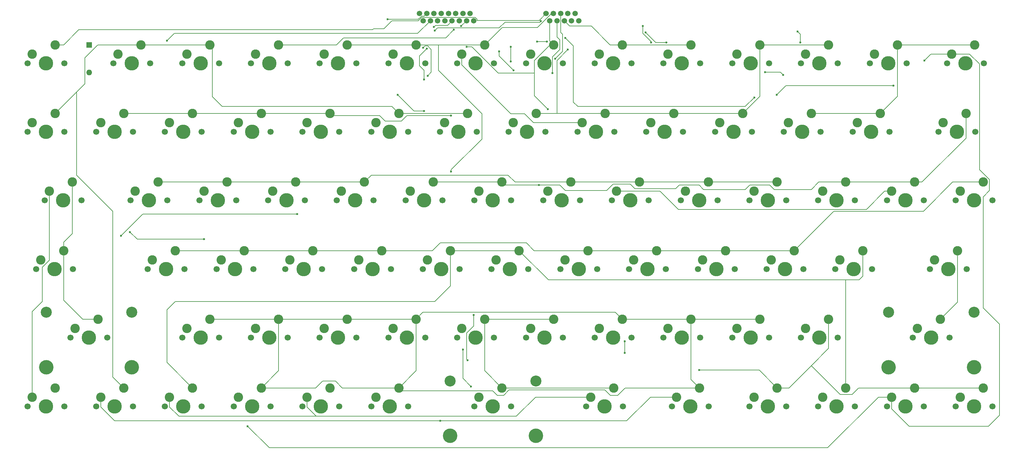
<source format=gbr>
G04 #@! TF.FileFunction,Copper,L1,Top,Signal*
%FSLAX46Y46*%
G04 Gerber Fmt 4.6, Leading zero omitted, Abs format (unit mm)*
G04 Created by KiCad (PCBNEW 4.0.6) date 09/10/17 00:35:59*
%MOMM*%
%LPD*%
G01*
G04 APERTURE LIST*
%ADD10C,0.100000*%
%ADD11C,3.980180*%
%ADD12C,2.600000*%
%ADD13C,1.699260*%
%ADD14C,1.500000*%
%ADD15C,1.524000*%
%ADD16C,3.050000*%
%ADD17C,4.000000*%
%ADD18R,1.600000X1.600000*%
%ADD19O,1.600000X1.600000*%
%ADD20C,0.600000*%
%ADD21C,0.140000*%
G04 APERTURE END LIST*
D10*
D11*
X86250000Y-88250000D03*
D12*
X88790000Y-83170000D03*
X82440000Y-85710000D03*
D13*
X81170000Y-88250000D03*
X91330000Y-88250000D03*
D14*
X189500000Y-74500000D03*
X190500000Y-76500000D03*
X191500000Y-74500000D03*
X192500000Y-76500000D03*
X193500000Y-74500000D03*
X194500000Y-76500000D03*
X195500000Y-74500000D03*
X196500000Y-76500000D03*
X197500000Y-74500000D03*
X198500000Y-76500000D03*
X199500000Y-74500000D03*
X200500000Y-76500000D03*
X201500000Y-74500000D03*
X202500000Y-76500000D03*
X203500000Y-74500000D03*
X204500000Y-76500000D03*
D15*
X224500000Y-74500000D03*
D14*
X225500000Y-76500000D03*
X226500000Y-74500000D03*
X227500000Y-76500000D03*
X228500000Y-74500000D03*
X229500000Y-76500000D03*
X230500000Y-74500000D03*
X231500000Y-76500000D03*
X232500000Y-74500000D03*
X233500000Y-76500000D03*
D11*
X86250000Y-107250000D03*
D12*
X88790000Y-102170000D03*
X82440000Y-104710000D03*
D13*
X81170000Y-107250000D03*
X91330000Y-107250000D03*
D11*
X91000000Y-126250000D03*
D12*
X93540000Y-121170000D03*
X87190000Y-123710000D03*
D13*
X85920000Y-126250000D03*
X96080000Y-126250000D03*
D11*
X88625000Y-145250000D03*
D12*
X91165000Y-140170000D03*
X84815000Y-142710000D03*
D13*
X83545000Y-145250000D03*
X93705000Y-145250000D03*
D11*
X98125000Y-164250000D03*
D12*
X100665000Y-159170000D03*
X94315000Y-161710000D03*
D13*
X93045000Y-164250000D03*
X103205000Y-164250000D03*
D11*
X86250000Y-183250000D03*
D12*
X88790000Y-178170000D03*
X82440000Y-180710000D03*
D13*
X81170000Y-183250000D03*
X91330000Y-183250000D03*
D11*
X110000000Y-88250000D03*
D12*
X112540000Y-83170000D03*
X106190000Y-85710000D03*
D13*
X104920000Y-88250000D03*
X115080000Y-88250000D03*
D11*
X105250000Y-107250000D03*
D12*
X107790000Y-102170000D03*
X101440000Y-104710000D03*
D13*
X100170000Y-107250000D03*
X110330000Y-107250000D03*
D11*
X114750000Y-126250000D03*
D12*
X117290000Y-121170000D03*
X110940000Y-123710000D03*
D13*
X109670000Y-126250000D03*
X119830000Y-126250000D03*
D11*
X119500000Y-145250000D03*
D12*
X122040000Y-140170000D03*
X115690000Y-142710000D03*
D13*
X114420000Y-145250000D03*
X124580000Y-145250000D03*
D11*
X129000000Y-164250000D03*
D12*
X131540000Y-159170000D03*
X125190000Y-161710000D03*
D13*
X123920000Y-164250000D03*
X134080000Y-164250000D03*
D11*
X105250000Y-183250000D03*
D12*
X107790000Y-178170000D03*
X101440000Y-180710000D03*
D13*
X100170000Y-183250000D03*
X110330000Y-183250000D03*
D11*
X129000000Y-88250000D03*
D12*
X131540000Y-83170000D03*
X125190000Y-85710000D03*
D13*
X123920000Y-88250000D03*
X134080000Y-88250000D03*
D11*
X124250000Y-107250000D03*
D12*
X126790000Y-102170000D03*
X120440000Y-104710000D03*
D13*
X119170000Y-107250000D03*
X129330000Y-107250000D03*
D11*
X133750000Y-126250000D03*
D12*
X136290000Y-121170000D03*
X129940000Y-123710000D03*
D13*
X128670000Y-126250000D03*
X138830000Y-126250000D03*
D11*
X138500000Y-145250000D03*
D12*
X141040000Y-140170000D03*
X134690000Y-142710000D03*
D13*
X133420000Y-145250000D03*
X143580000Y-145250000D03*
D11*
X148000000Y-164250000D03*
D12*
X150540000Y-159170000D03*
X144190000Y-161710000D03*
D13*
X142920000Y-164250000D03*
X153080000Y-164250000D03*
D11*
X124250000Y-183250000D03*
D12*
X126790000Y-178170000D03*
X120440000Y-180710000D03*
D13*
X119170000Y-183250000D03*
X129330000Y-183250000D03*
D11*
X148000000Y-88250000D03*
D12*
X150540000Y-83170000D03*
X144190000Y-85710000D03*
D13*
X142920000Y-88250000D03*
X153080000Y-88250000D03*
D11*
X143250000Y-107250000D03*
D12*
X145790000Y-102170000D03*
X139440000Y-104710000D03*
D13*
X138170000Y-107250000D03*
X148330000Y-107250000D03*
D11*
X152750000Y-126250000D03*
D12*
X155290000Y-121170000D03*
X148940000Y-123710000D03*
D13*
X147670000Y-126250000D03*
X157830000Y-126250000D03*
D11*
X157500000Y-145250000D03*
D12*
X160040000Y-140170000D03*
X153690000Y-142710000D03*
D13*
X152420000Y-145250000D03*
X162580000Y-145250000D03*
D11*
X167000000Y-164250000D03*
D12*
X169540000Y-159170000D03*
X163190000Y-161710000D03*
D13*
X161920000Y-164250000D03*
X172080000Y-164250000D03*
D11*
X143250000Y-183250000D03*
D12*
X145790000Y-178170000D03*
X139440000Y-180710000D03*
D13*
X138170000Y-183250000D03*
X148330000Y-183250000D03*
D11*
X167000000Y-88250000D03*
D12*
X169540000Y-83170000D03*
X163190000Y-85710000D03*
D13*
X161920000Y-88250000D03*
X172080000Y-88250000D03*
D11*
X162250000Y-107250000D03*
D12*
X164790000Y-102170000D03*
X158440000Y-104710000D03*
D13*
X157170000Y-107250000D03*
X167330000Y-107250000D03*
D11*
X171750000Y-126250000D03*
D12*
X174290000Y-121170000D03*
X167940000Y-123710000D03*
D13*
X166670000Y-126250000D03*
X176830000Y-126250000D03*
D11*
X176500000Y-145250000D03*
D12*
X179040000Y-140170000D03*
X172690000Y-142710000D03*
D13*
X171420000Y-145250000D03*
X181580000Y-145250000D03*
D11*
X186000000Y-164250000D03*
D12*
X188540000Y-159170000D03*
X182190000Y-161710000D03*
D13*
X180920000Y-164250000D03*
X191080000Y-164250000D03*
D11*
X162250000Y-183250000D03*
D12*
X164790000Y-178170000D03*
X158440000Y-180710000D03*
D13*
X157170000Y-183250000D03*
X167330000Y-183250000D03*
D11*
X186000000Y-88250000D03*
D12*
X188540000Y-83170000D03*
X182190000Y-85710000D03*
D13*
X180920000Y-88250000D03*
X191080000Y-88250000D03*
D11*
X181250000Y-107250000D03*
D12*
X183790000Y-102170000D03*
X177440000Y-104710000D03*
D13*
X176170000Y-107250000D03*
X186330000Y-107250000D03*
D11*
X190750000Y-126250000D03*
D12*
X193290000Y-121170000D03*
X186940000Y-123710000D03*
D13*
X185670000Y-126250000D03*
X195830000Y-126250000D03*
D11*
X195500000Y-145250000D03*
D12*
X198040000Y-140170000D03*
X191690000Y-142710000D03*
D13*
X190420000Y-145250000D03*
X200580000Y-145250000D03*
D11*
X205000000Y-164250000D03*
D12*
X207540000Y-159170000D03*
X201190000Y-161710000D03*
D13*
X199920000Y-164250000D03*
X210080000Y-164250000D03*
D11*
X181250000Y-183250000D03*
D12*
X183790000Y-178170000D03*
X177440000Y-180710000D03*
D13*
X176170000Y-183250000D03*
X186330000Y-183250000D03*
D11*
X205000000Y-88250000D03*
D12*
X207540000Y-83170000D03*
X201190000Y-85710000D03*
D13*
X199920000Y-88250000D03*
X210080000Y-88250000D03*
D11*
X200250000Y-107250000D03*
D12*
X202790000Y-102170000D03*
X196440000Y-104710000D03*
D13*
X195170000Y-107250000D03*
X205330000Y-107250000D03*
D11*
X209750000Y-126250000D03*
D12*
X212290000Y-121170000D03*
X205940000Y-123710000D03*
D13*
X204670000Y-126250000D03*
X214830000Y-126250000D03*
D11*
X214500000Y-145250000D03*
D12*
X217040000Y-140170000D03*
X210690000Y-142710000D03*
D13*
X209420000Y-145250000D03*
X219580000Y-145250000D03*
D11*
X224000000Y-164250000D03*
D12*
X226540000Y-159170000D03*
X220190000Y-161710000D03*
D13*
X218920000Y-164250000D03*
X229080000Y-164250000D03*
D11*
X209750000Y-183250000D03*
D12*
X212290000Y-178170000D03*
X205940000Y-180710000D03*
D13*
X204670000Y-183250000D03*
X214830000Y-183250000D03*
D11*
X224000000Y-88250000D03*
D12*
X226540000Y-83170000D03*
X220190000Y-85710000D03*
D13*
X218920000Y-88250000D03*
X229080000Y-88250000D03*
D11*
X219250000Y-107250000D03*
D12*
X221790000Y-102170000D03*
X215440000Y-104710000D03*
D13*
X214170000Y-107250000D03*
X224330000Y-107250000D03*
D11*
X228750000Y-126250000D03*
D12*
X231290000Y-121170000D03*
X224940000Y-123710000D03*
D13*
X223670000Y-126250000D03*
X233830000Y-126250000D03*
D11*
X233500000Y-145250000D03*
D12*
X236040000Y-140170000D03*
X229690000Y-142710000D03*
D13*
X228420000Y-145250000D03*
X238580000Y-145250000D03*
D11*
X243000000Y-164250000D03*
D12*
X245540000Y-159170000D03*
X239190000Y-161710000D03*
D13*
X237920000Y-164250000D03*
X248080000Y-164250000D03*
D11*
X240625000Y-183250000D03*
D12*
X243165000Y-178170000D03*
X236815000Y-180710000D03*
D13*
X235545000Y-183250000D03*
X245705000Y-183250000D03*
D11*
X243000000Y-88250000D03*
D12*
X245540000Y-83170000D03*
X239190000Y-85710000D03*
D13*
X237920000Y-88250000D03*
X248080000Y-88250000D03*
D11*
X238250000Y-107250000D03*
D12*
X240790000Y-102170000D03*
X234440000Y-104710000D03*
D13*
X233170000Y-107250000D03*
X243330000Y-107250000D03*
D11*
X247750000Y-126250000D03*
D12*
X250290000Y-121170000D03*
X243940000Y-123710000D03*
D13*
X242670000Y-126250000D03*
X252830000Y-126250000D03*
D11*
X252500000Y-145250000D03*
D12*
X255040000Y-140170000D03*
X248690000Y-142710000D03*
D13*
X247420000Y-145250000D03*
X257580000Y-145250000D03*
D11*
X262000000Y-164250000D03*
D12*
X264540000Y-159170000D03*
X258190000Y-161710000D03*
D13*
X256920000Y-164250000D03*
X267080000Y-164250000D03*
D11*
X264375000Y-183250000D03*
D12*
X266915000Y-178170000D03*
X260565000Y-180710000D03*
D13*
X259295000Y-183250000D03*
X269455000Y-183250000D03*
D11*
X262000000Y-88250000D03*
D12*
X264540000Y-83170000D03*
X258190000Y-85710000D03*
D13*
X256920000Y-88250000D03*
X267080000Y-88250000D03*
D11*
X257250000Y-107250000D03*
D12*
X259790000Y-102170000D03*
X253440000Y-104710000D03*
D13*
X252170000Y-107250000D03*
X262330000Y-107250000D03*
D11*
X266750000Y-126250000D03*
D12*
X269290000Y-121170000D03*
X262940000Y-123710000D03*
D13*
X261670000Y-126250000D03*
X271830000Y-126250000D03*
D11*
X271500000Y-145250000D03*
D12*
X274040000Y-140170000D03*
X267690000Y-142710000D03*
D13*
X266420000Y-145250000D03*
X276580000Y-145250000D03*
D11*
X281000000Y-164250000D03*
D12*
X283540000Y-159170000D03*
X277190000Y-161710000D03*
D13*
X275920000Y-164250000D03*
X286080000Y-164250000D03*
D11*
X285750000Y-183250000D03*
D12*
X288290000Y-178170000D03*
X281940000Y-180710000D03*
D13*
X280670000Y-183250000D03*
X290830000Y-183250000D03*
D11*
X281000000Y-88250000D03*
D12*
X283540000Y-83170000D03*
X277190000Y-85710000D03*
D13*
X275920000Y-88250000D03*
X286080000Y-88250000D03*
D11*
X276250000Y-107250000D03*
D12*
X278790000Y-102170000D03*
X272440000Y-104710000D03*
D13*
X271170000Y-107250000D03*
X281330000Y-107250000D03*
D11*
X285750000Y-126250000D03*
D12*
X288290000Y-121170000D03*
X281940000Y-123710000D03*
D13*
X280670000Y-126250000D03*
X290830000Y-126250000D03*
D11*
X290500000Y-145250000D03*
D12*
X293040000Y-140170000D03*
X286690000Y-142710000D03*
D13*
X285420000Y-145250000D03*
X295580000Y-145250000D03*
D11*
X300000000Y-164250000D03*
D12*
X302540000Y-159170000D03*
X296190000Y-161710000D03*
D13*
X294920000Y-164250000D03*
X305080000Y-164250000D03*
D11*
X323750000Y-183250000D03*
D12*
X326290000Y-178170000D03*
X319940000Y-180710000D03*
D13*
X318670000Y-183250000D03*
X328830000Y-183250000D03*
D11*
X300000000Y-88250000D03*
D12*
X302540000Y-83170000D03*
X296190000Y-85710000D03*
D13*
X294920000Y-88250000D03*
X305080000Y-88250000D03*
D11*
X295250000Y-107250000D03*
D12*
X297790000Y-102170000D03*
X291440000Y-104710000D03*
D13*
X290170000Y-107250000D03*
X300330000Y-107250000D03*
D11*
X304750000Y-126250000D03*
D12*
X307290000Y-121170000D03*
X300940000Y-123710000D03*
D13*
X299670000Y-126250000D03*
X309830000Y-126250000D03*
D11*
X309500000Y-145250000D03*
D12*
X312040000Y-140170000D03*
X305690000Y-142710000D03*
D13*
X304420000Y-145250000D03*
X314580000Y-145250000D03*
D11*
X330875000Y-164250000D03*
D12*
X333415000Y-159170000D03*
X327065000Y-161710000D03*
D13*
X325795000Y-164250000D03*
X335955000Y-164250000D03*
D11*
X304750000Y-183250000D03*
D12*
X307290000Y-178170000D03*
X300940000Y-180710000D03*
D13*
X299670000Y-183250000D03*
X309830000Y-183250000D03*
D11*
X319000000Y-88250000D03*
D12*
X321540000Y-83170000D03*
X315190000Y-85710000D03*
D13*
X313920000Y-88250000D03*
X324080000Y-88250000D03*
D11*
X314250000Y-107250000D03*
D12*
X316790000Y-102170000D03*
X310440000Y-104710000D03*
D13*
X309170000Y-107250000D03*
X319330000Y-107250000D03*
D11*
X323750000Y-126250000D03*
D12*
X326290000Y-121170000D03*
X319940000Y-123710000D03*
D13*
X318670000Y-126250000D03*
X328830000Y-126250000D03*
D11*
X335625000Y-145250000D03*
D12*
X338165000Y-140170000D03*
X331815000Y-142710000D03*
D13*
X330545000Y-145250000D03*
X340705000Y-145250000D03*
D11*
X342750000Y-183250000D03*
D12*
X345290000Y-178170000D03*
X338940000Y-180710000D03*
D13*
X337670000Y-183250000D03*
X347830000Y-183250000D03*
D11*
X340375000Y-88250000D03*
D12*
X342915000Y-83170000D03*
X336565000Y-85710000D03*
D13*
X335295000Y-88250000D03*
X345455000Y-88250000D03*
D11*
X338000000Y-107250000D03*
D12*
X340540000Y-102170000D03*
X334190000Y-104710000D03*
D13*
X332920000Y-107250000D03*
X343080000Y-107250000D03*
D11*
X342750000Y-126250000D03*
D12*
X345290000Y-121170000D03*
X338940000Y-123710000D03*
D13*
X337670000Y-126250000D03*
X347830000Y-126250000D03*
D16*
X86325000Y-157250000D03*
X110025000Y-157250000D03*
D17*
X110025000Y-172450000D03*
X86325000Y-172450000D03*
D16*
X319075000Y-157250000D03*
X342775000Y-157250000D03*
D17*
X342775000Y-172450000D03*
X319075000Y-172450000D03*
D16*
X197950000Y-176250000D03*
X221650000Y-176250000D03*
D17*
X221650000Y-191450000D03*
X197950000Y-191450000D03*
D18*
X98250000Y-83250000D03*
D19*
X98250000Y-90870000D03*
D20*
X223045973Y-76621550D03*
X285000000Y-90750000D03*
X290000000Y-91500000D03*
X203750000Y-177750000D03*
X201500000Y-167500000D03*
X190750000Y-101500000D03*
X183500000Y-97000000D03*
X257750000Y-82500000D03*
X252000000Y-79750000D03*
X193750000Y-79250000D03*
X180719342Y-76132057D03*
X119750000Y-82000000D03*
X130000000Y-137000000D03*
X109500000Y-135000000D03*
X191500000Y-84250000D03*
X190750000Y-92750000D03*
X107000000Y-136000000D03*
X155750000Y-130000000D03*
X195250000Y-187250000D03*
X193500000Y-78250000D03*
X190500000Y-84000000D03*
X191750000Y-91750000D03*
X204500000Y-158000000D03*
X202750000Y-170500000D03*
X294750000Y-82500000D03*
X294000000Y-79500000D03*
X246250000Y-168500000D03*
X246250000Y-165250000D03*
X215500000Y-90250000D03*
X211500000Y-85000000D03*
X201000000Y-78000000D03*
X253500000Y-82500000D03*
X251250000Y-78000000D03*
X142000000Y-188750000D03*
X329000000Y-87500000D03*
X320500000Y-94500000D03*
X288250000Y-97000000D03*
X282000000Y-97750000D03*
X229750000Y-81250000D03*
X224750000Y-82250000D03*
X222000000Y-82250000D03*
X202500000Y-83750000D03*
X199000000Y-79000000D03*
X222500000Y-122000000D03*
X225000000Y-101000000D03*
X198250000Y-118250000D03*
X226250000Y-91000000D03*
X227000000Y-87000000D03*
X214750000Y-87750000D03*
X214750000Y-83750000D03*
X198250000Y-102750000D03*
X230500000Y-84500000D03*
X266750000Y-173250000D03*
D21*
X213078451Y-76921549D02*
X222745974Y-76921549D01*
X193750000Y-79250000D02*
X194500000Y-78500000D01*
X194500000Y-78500000D02*
X211500000Y-78500000D01*
X211500000Y-78500000D02*
X213078451Y-76921549D01*
X222745974Y-76921549D02*
X223045973Y-76621550D01*
X289250000Y-90750000D02*
X285000000Y-90750000D01*
X290000000Y-91500000D02*
X289250000Y-90750000D01*
X201500000Y-175500000D02*
X203750000Y-177750000D01*
X201500000Y-167500000D02*
X201500000Y-175500000D01*
X188000000Y-101500000D02*
X190750000Y-101500000D01*
X183500000Y-97000000D02*
X188000000Y-101500000D01*
X254750000Y-82500000D02*
X257750000Y-82500000D01*
X252000000Y-79750000D02*
X254750000Y-82500000D01*
X191500000Y-74500000D02*
X190750001Y-75249999D01*
X190750001Y-75249999D02*
X190043185Y-75249999D01*
X190043185Y-75249999D02*
X189161127Y-76132057D01*
X189161127Y-76132057D02*
X181143606Y-76132057D01*
X181143606Y-76132057D02*
X180719342Y-76132057D01*
X192500000Y-76500000D02*
X189000000Y-80000000D01*
X121750000Y-80000000D02*
X119750000Y-82000000D01*
X189000000Y-80000000D02*
X121750000Y-80000000D01*
X111500000Y-137000000D02*
X130000000Y-137000000D01*
X109500000Y-135000000D02*
X111500000Y-137000000D01*
X87190000Y-123710000D02*
X87190000Y-142810000D01*
X82440000Y-157060000D02*
X82440000Y-180710000D01*
X85250000Y-154250000D02*
X82440000Y-157060000D01*
X85250000Y-144750000D02*
X85250000Y-154250000D01*
X87190000Y-142810000D02*
X85250000Y-144750000D01*
X189500000Y-86250000D02*
X191500000Y-84250000D01*
X189500000Y-89000000D02*
X189500000Y-86250000D01*
X190750000Y-90250000D02*
X189500000Y-89000000D01*
X190750000Y-92750000D02*
X190750000Y-90250000D01*
X113000000Y-130000000D02*
X107000000Y-136000000D01*
X155750000Y-130000000D02*
X113000000Y-130000000D01*
X243940000Y-123710000D02*
X255960000Y-123710000D01*
X318040000Y-123710000D02*
X319940000Y-123710000D01*
X313000000Y-128750000D02*
X318040000Y-123710000D01*
X261000000Y-128750000D02*
X313000000Y-128750000D01*
X255960000Y-123710000D02*
X261000000Y-128750000D01*
X201190000Y-85710000D02*
X201190000Y-88690000D01*
X220960000Y-104710000D02*
X234440000Y-104710000D01*
X218500000Y-102250000D02*
X220960000Y-104710000D01*
X214750000Y-102250000D02*
X218500000Y-102250000D01*
X201190000Y-88690000D02*
X214750000Y-102250000D01*
X198500000Y-76500000D02*
X197250000Y-77750000D01*
X194000000Y-77750000D02*
X197250000Y-77750000D01*
X193500000Y-78250000D02*
X194000000Y-77750000D01*
X191000000Y-83500000D02*
X190500000Y-84000000D01*
X191750000Y-83500000D02*
X191000000Y-83500000D01*
X192750000Y-84500000D02*
X191750000Y-83500000D01*
X192750000Y-90750000D02*
X192750000Y-84500000D01*
X191750000Y-91750000D02*
X192750000Y-90750000D01*
X204500000Y-161000000D02*
X204500000Y-158000000D01*
X202500000Y-163000000D02*
X204500000Y-161000000D01*
X202500000Y-170250000D02*
X202500000Y-163000000D01*
X202750000Y-170500000D02*
X202500000Y-170250000D01*
X260565000Y-180710000D02*
X253290000Y-180710000D01*
X101440000Y-183440000D02*
X101440000Y-180710000D01*
X105250000Y-187250000D02*
X101440000Y-183440000D01*
X246750000Y-187250000D02*
X195250000Y-187250000D01*
X195250000Y-187250000D02*
X105250000Y-187250000D01*
X253290000Y-180710000D02*
X246750000Y-187250000D01*
X294750000Y-80250000D02*
X294750000Y-82500000D01*
X294000000Y-79500000D02*
X294750000Y-80250000D01*
X161000000Y-186000000D02*
X123000000Y-186000000D01*
X120440000Y-183440000D02*
X120440000Y-180710000D01*
X123000000Y-186000000D02*
X120440000Y-183440000D01*
X236815000Y-180710000D02*
X221540000Y-180710000D01*
X221540000Y-180710000D02*
X216250000Y-186000000D01*
X216250000Y-186000000D02*
X161000000Y-186000000D01*
X158440000Y-183440000D02*
X158440000Y-180710000D01*
X161000000Y-186000000D02*
X158440000Y-183440000D01*
X202500000Y-76500000D02*
X201000000Y-78000000D01*
X246250000Y-165250000D02*
X246250000Y-168500000D01*
X211500000Y-86250000D02*
X215500000Y-90250000D01*
X211500000Y-85000000D02*
X211500000Y-86250000D01*
X253500000Y-82250000D02*
X253500000Y-82500000D01*
X251250000Y-80000000D02*
X253500000Y-82250000D01*
X251250000Y-78000000D02*
X251250000Y-80000000D01*
X319940000Y-180710000D02*
X316290000Y-180710000D01*
X148000000Y-194750000D02*
X142000000Y-188750000D01*
X302250000Y-194750000D02*
X148000000Y-194750000D01*
X316290000Y-180710000D02*
X302250000Y-194750000D01*
X330790000Y-85710000D02*
X336565000Y-85710000D01*
X329000000Y-87500000D02*
X330790000Y-85710000D01*
X290750000Y-94500000D02*
X320500000Y-94500000D01*
X288250000Y-97000000D02*
X290750000Y-94500000D01*
X279500000Y-100250000D02*
X282000000Y-97750000D01*
X233250000Y-100250000D02*
X279500000Y-100250000D01*
X232000000Y-99000000D02*
X233250000Y-100250000D01*
X232000000Y-83500000D02*
X232000000Y-99000000D01*
X229750000Y-81250000D02*
X232000000Y-83500000D01*
X222000000Y-82250000D02*
X224750000Y-82250000D01*
X336565000Y-85710000D02*
X341460000Y-85710000D01*
X319940000Y-183940000D02*
X319940000Y-180710000D01*
X324750000Y-188750000D02*
X319940000Y-183940000D01*
X346750000Y-188750000D02*
X324750000Y-188750000D01*
X349750000Y-185750000D02*
X346750000Y-188750000D01*
X349750000Y-160500000D02*
X349750000Y-185750000D01*
X345250000Y-156000000D02*
X349750000Y-160500000D01*
X345250000Y-125250000D02*
X345250000Y-156000000D01*
X347000000Y-123500000D02*
X345250000Y-125250000D01*
X347000000Y-120500000D02*
X347000000Y-123500000D01*
X344250000Y-117750000D02*
X347000000Y-120500000D01*
X344250000Y-88500000D02*
X344250000Y-117750000D01*
X341460000Y-85710000D02*
X344250000Y-88500000D01*
X91167500Y-83167500D02*
X88792500Y-83167500D01*
X88792500Y-83167500D02*
X88790000Y-83170000D01*
X91165000Y-83170000D02*
X91167500Y-83167500D01*
X91167500Y-83167500D02*
X95335000Y-79000000D01*
X181864963Y-76488195D02*
X189147243Y-76488195D01*
X95335000Y-79000000D02*
X176500000Y-79000000D01*
X176500000Y-79000000D02*
X176812652Y-78687348D01*
X176812652Y-78687348D02*
X179665810Y-78687348D01*
X204942561Y-75577999D02*
X205422001Y-76057439D01*
X179665810Y-78687348D02*
X181864963Y-76488195D01*
X189147243Y-76488195D02*
X190057439Y-75577999D01*
X190057439Y-75577999D02*
X204942561Y-75577999D01*
X205422001Y-76057439D02*
X205422001Y-76436214D01*
X205422001Y-76436214D02*
X222563786Y-76436214D01*
X222563786Y-76436214D02*
X224500000Y-74500000D01*
X199000000Y-79000000D02*
X196750000Y-81250000D01*
X211250000Y-91000000D02*
X204000000Y-83750000D01*
X204000000Y-83750000D02*
X202500000Y-83750000D01*
X221250000Y-91000000D02*
X211250000Y-91000000D01*
X196750000Y-81250000D02*
X168500000Y-81250000D01*
X168500000Y-81250000D02*
X166580000Y-83170000D01*
X166580000Y-83170000D02*
X150540000Y-83170000D01*
X226540000Y-83170000D02*
X225580000Y-83170000D01*
X225580000Y-83170000D02*
X221250000Y-87500000D01*
X221250000Y-97250000D02*
X225000000Y-101000000D01*
X221250000Y-87500000D02*
X221250000Y-91000000D01*
X221250000Y-91000000D02*
X221250000Y-97250000D01*
X212290000Y-121170000D02*
X213120000Y-122000000D01*
X213120000Y-122000000D02*
X222500000Y-122000000D01*
X222500000Y-122000000D02*
X228250000Y-122000000D01*
X299830000Y-121170000D02*
X307290000Y-121170000D01*
X297750000Y-123250000D02*
X299830000Y-121170000D01*
X287500000Y-123250000D02*
X297750000Y-123250000D01*
X286250000Y-122000000D02*
X287500000Y-123250000D01*
X280750000Y-122000000D02*
X286250000Y-122000000D01*
X279500000Y-123250000D02*
X280750000Y-122000000D01*
X268000000Y-123250000D02*
X279500000Y-123250000D01*
X266750000Y-122000000D02*
X268000000Y-123250000D01*
X261250000Y-122000000D02*
X266750000Y-122000000D01*
X260250000Y-123000000D02*
X261250000Y-122000000D01*
X249000000Y-123000000D02*
X260250000Y-123000000D01*
X247750000Y-121750000D02*
X249000000Y-123000000D01*
X243000000Y-121750000D02*
X247750000Y-121750000D01*
X241250000Y-123500000D02*
X243000000Y-121750000D01*
X229750000Y-123500000D02*
X241250000Y-123500000D01*
X228250000Y-122000000D02*
X229750000Y-123500000D01*
X93540000Y-121170000D02*
X93540000Y-135460000D01*
X91165000Y-137835000D02*
X91165000Y-140170000D01*
X93540000Y-135460000D02*
X91165000Y-137835000D01*
X100665000Y-159170000D02*
X96420000Y-159170000D01*
X91165000Y-153915000D02*
X91165000Y-140170000D01*
X96420000Y-159170000D02*
X91165000Y-153915000D01*
X225500000Y-76500000D02*
X225500000Y-82130000D01*
X225500000Y-82130000D02*
X226540000Y-83170000D01*
X340500000Y-102210000D02*
X340500000Y-109000000D01*
X328330000Y-121170000D02*
X340500000Y-109000000D01*
X328330000Y-121170000D02*
X326290000Y-121170000D01*
X340500000Y-102210000D02*
X340540000Y-102170000D01*
X307290000Y-121170000D02*
X326290000Y-121170000D01*
X193290000Y-121170000D02*
X212290000Y-121170000D01*
X226500000Y-74500000D02*
X226000000Y-74500000D01*
X226000000Y-74500000D02*
X222122854Y-78377146D01*
X222122854Y-78377146D02*
X212332854Y-78377146D01*
X212332854Y-78377146D02*
X207540000Y-83170000D01*
X307290000Y-178170000D02*
X307290000Y-148250000D01*
X307290000Y-148250000D02*
X307250000Y-148250000D01*
X217040000Y-140170000D02*
X225120000Y-148250000D01*
X312040000Y-147210000D02*
X312040000Y-140170000D01*
X311000000Y-148250000D02*
X312040000Y-147210000D01*
X304250000Y-148250000D02*
X307250000Y-148250000D01*
X307250000Y-148250000D02*
X311000000Y-148250000D01*
X225120000Y-148250000D02*
X304250000Y-148250000D01*
X198040000Y-140170000D02*
X198040000Y-149960000D01*
X119750000Y-171130000D02*
X126790000Y-178170000D01*
X119750000Y-156500000D02*
X119750000Y-171130000D01*
X122000000Y-154250000D02*
X119750000Y-156500000D01*
X193750000Y-154250000D02*
X122000000Y-154250000D01*
X198040000Y-149960000D02*
X193750000Y-154250000D01*
X194750000Y-83170000D02*
X194750000Y-90250000D01*
X198250000Y-117750000D02*
X198250000Y-118250000D01*
X206750000Y-109250000D02*
X198250000Y-117750000D01*
X206750000Y-102250000D02*
X206750000Y-109250000D01*
X194750000Y-90250000D02*
X206750000Y-102250000D01*
X198040000Y-140170000D02*
X217040000Y-140170000D01*
X207540000Y-83170000D02*
X194750000Y-83170000D01*
X194750000Y-83170000D02*
X188540000Y-83170000D01*
X188540000Y-83170000D02*
X169540000Y-83170000D01*
X236040000Y-140170000D02*
X221170000Y-140170000D01*
X193080000Y-140170000D02*
X179040000Y-140170000D01*
X195250000Y-138000000D02*
X193080000Y-140170000D01*
X219000000Y-138000000D02*
X195250000Y-138000000D01*
X221170000Y-140170000D02*
X219000000Y-138000000D01*
X293040000Y-140170000D02*
X303960000Y-129250000D01*
X336830000Y-121170000D02*
X345290000Y-121170000D01*
X328750000Y-129250000D02*
X336830000Y-121170000D01*
X303960000Y-129250000D02*
X328750000Y-129250000D01*
X227500000Y-76500000D02*
X227500000Y-81000000D01*
X226250000Y-86500000D02*
X226250000Y-91000000D01*
X228250000Y-84500000D02*
X226250000Y-86500000D01*
X228250000Y-81750000D02*
X228250000Y-84500000D01*
X227500000Y-81000000D02*
X228250000Y-81750000D01*
X179040000Y-140170000D02*
X160040000Y-140170000D01*
X160040000Y-140170000D02*
X141040000Y-140170000D01*
X141040000Y-140170000D02*
X122040000Y-140170000D01*
X236040000Y-140170000D02*
X255040000Y-140170000D01*
X255040000Y-140170000D02*
X274040000Y-140170000D01*
X274040000Y-140170000D02*
X293040000Y-140170000D01*
X228500000Y-74500000D02*
X228500000Y-79750000D01*
X229000000Y-85000000D02*
X227000000Y-87000000D01*
X229000000Y-80250000D02*
X229000000Y-85000000D01*
X228500000Y-79750000D02*
X229000000Y-80250000D01*
X231290000Y-121170000D02*
X215920000Y-121170000D01*
X176210000Y-119250000D02*
X174290000Y-121170000D01*
X214000000Y-119250000D02*
X176210000Y-119250000D01*
X215920000Y-121170000D02*
X214000000Y-119250000D01*
X174290000Y-121170000D02*
X155290000Y-121170000D01*
X155290000Y-121170000D02*
X136290000Y-121170000D01*
X136290000Y-121170000D02*
X117290000Y-121170000D01*
X231290000Y-121170000D02*
X250290000Y-121170000D01*
X250290000Y-121170000D02*
X269290000Y-121170000D01*
X269290000Y-121170000D02*
X288290000Y-121170000D01*
X95230000Y-95730000D02*
X94750000Y-96210000D01*
X104750000Y-175130000D02*
X107790000Y-178170000D01*
X104750000Y-129250000D02*
X104750000Y-175130000D01*
X94750000Y-119250000D02*
X104750000Y-129250000D01*
X94750000Y-96210000D02*
X94750000Y-119250000D01*
X183790000Y-102170000D02*
X181870000Y-100250000D01*
X132250000Y-97500000D02*
X132250000Y-83880000D01*
X135000000Y-100250000D02*
X132250000Y-97500000D01*
X181870000Y-100250000D02*
X135000000Y-100250000D01*
X132250000Y-83880000D02*
X131540000Y-83170000D01*
X214750000Y-83750000D02*
X214750000Y-87750000D01*
X112540000Y-83170000D02*
X100580000Y-83170000D01*
X97000000Y-93960000D02*
X95230000Y-95730000D01*
X95230000Y-95730000D02*
X88790000Y-102170000D01*
X97000000Y-86750000D02*
X97000000Y-93960000D01*
X100580000Y-83170000D02*
X97000000Y-86750000D01*
X131540000Y-83170000D02*
X112540000Y-83170000D01*
X202790000Y-102170000D02*
X183790000Y-102170000D01*
X321540000Y-83170000D02*
X342915000Y-83170000D01*
X321540000Y-83170000D02*
X321540000Y-97420000D01*
X321540000Y-97420000D02*
X316790000Y-102170000D01*
X297790000Y-102170000D02*
X316790000Y-102170000D01*
X245540000Y-83170000D02*
X264540000Y-83170000D01*
X229500000Y-76500000D02*
X231000000Y-78000000D01*
X242170000Y-83170000D02*
X245540000Y-83170000D01*
X237000000Y-78000000D02*
X242170000Y-83170000D01*
X231000000Y-78000000D02*
X237000000Y-78000000D01*
X178500000Y-102750000D02*
X165370000Y-102750000D01*
X180000000Y-104250000D02*
X178500000Y-102750000D01*
X184500000Y-104250000D02*
X180000000Y-104250000D01*
X186000000Y-102750000D02*
X184500000Y-104250000D01*
X198250000Y-102750000D02*
X186000000Y-102750000D01*
X165370000Y-102750000D02*
X164790000Y-102170000D01*
X227500000Y-102170000D02*
X227500000Y-100250000D01*
X227500000Y-87500000D02*
X227500000Y-100250000D01*
X230500000Y-84500000D02*
X227500000Y-87500000D01*
X164790000Y-102170000D02*
X145790000Y-102170000D01*
X145790000Y-102170000D02*
X126790000Y-102170000D01*
X126790000Y-102170000D02*
X107790000Y-102170000D01*
X221790000Y-102170000D02*
X227500000Y-102170000D01*
X227500000Y-102170000D02*
X240790000Y-102170000D01*
X240790000Y-102170000D02*
X259790000Y-102170000D01*
X259790000Y-102170000D02*
X278790000Y-102170000D01*
X278790000Y-102170000D02*
X283540000Y-97420000D01*
X283540000Y-97420000D02*
X283540000Y-83170000D01*
X283540000Y-83170000D02*
X302540000Y-83170000D01*
X266915000Y-178170000D02*
X246330000Y-178170000D01*
X209750000Y-179000000D02*
X184620000Y-179000000D01*
X211000000Y-180250000D02*
X209750000Y-179000000D01*
X212750000Y-180250000D02*
X211000000Y-180250000D01*
X214250000Y-178750000D02*
X212750000Y-180250000D01*
X240750000Y-178750000D02*
X214250000Y-178750000D01*
X242250000Y-180250000D02*
X240750000Y-178750000D01*
X244250000Y-180250000D02*
X242250000Y-180250000D01*
X246330000Y-178170000D02*
X244250000Y-180250000D01*
X184620000Y-179000000D02*
X183790000Y-178170000D01*
X183790000Y-178170000D02*
X168170000Y-178170000D01*
X160830000Y-178170000D02*
X145790000Y-178170000D01*
X162750000Y-176250000D02*
X160830000Y-178170000D01*
X166250000Y-176250000D02*
X162750000Y-176250000D01*
X168170000Y-178170000D02*
X166250000Y-176250000D01*
X188540000Y-159170000D02*
X190460000Y-157250000D01*
X243620000Y-157250000D02*
X245540000Y-159170000D01*
X190460000Y-157250000D02*
X243620000Y-157250000D01*
X150540000Y-159170000D02*
X150540000Y-173420000D01*
X150540000Y-173420000D02*
X145790000Y-178170000D01*
X188540000Y-159170000D02*
X188540000Y-173420000D01*
X188540000Y-173420000D02*
X183790000Y-178170000D01*
X188540000Y-159170000D02*
X169540000Y-159170000D01*
X169540000Y-159170000D02*
X150540000Y-159170000D01*
X150540000Y-159170000D02*
X131540000Y-159170000D01*
X338165000Y-140170000D02*
X338165000Y-154420000D01*
X338165000Y-154420000D02*
X333415000Y-159170000D01*
X264540000Y-159170000D02*
X264540000Y-175795000D01*
X264540000Y-175795000D02*
X266915000Y-178170000D01*
X245540000Y-159170000D02*
X264540000Y-159170000D01*
X264540000Y-159170000D02*
X283540000Y-159170000D01*
X288290000Y-178170000D02*
X283370000Y-173250000D01*
X283370000Y-173250000D02*
X266750000Y-173250000D01*
X326290000Y-178170000D02*
X310830000Y-178170000D01*
X305750000Y-180000000D02*
X297750000Y-172000000D01*
X309000000Y-180000000D02*
X305750000Y-180000000D01*
X310830000Y-178170000D02*
X309000000Y-180000000D01*
X326290000Y-178170000D02*
X345290000Y-178170000D01*
X302540000Y-159170000D02*
X302540000Y-167210000D01*
X302540000Y-167210000D02*
X297750000Y-172000000D01*
X291580000Y-178170000D02*
X288290000Y-178170000D01*
X297750000Y-172000000D02*
X291580000Y-178170000D01*
X212290000Y-178170000D02*
X243165000Y-178170000D01*
X207540000Y-159170000D02*
X207540000Y-173420000D01*
X207540000Y-173420000D02*
X212290000Y-178170000D01*
X226540000Y-159170000D02*
X207540000Y-159170000D01*
M02*

</source>
